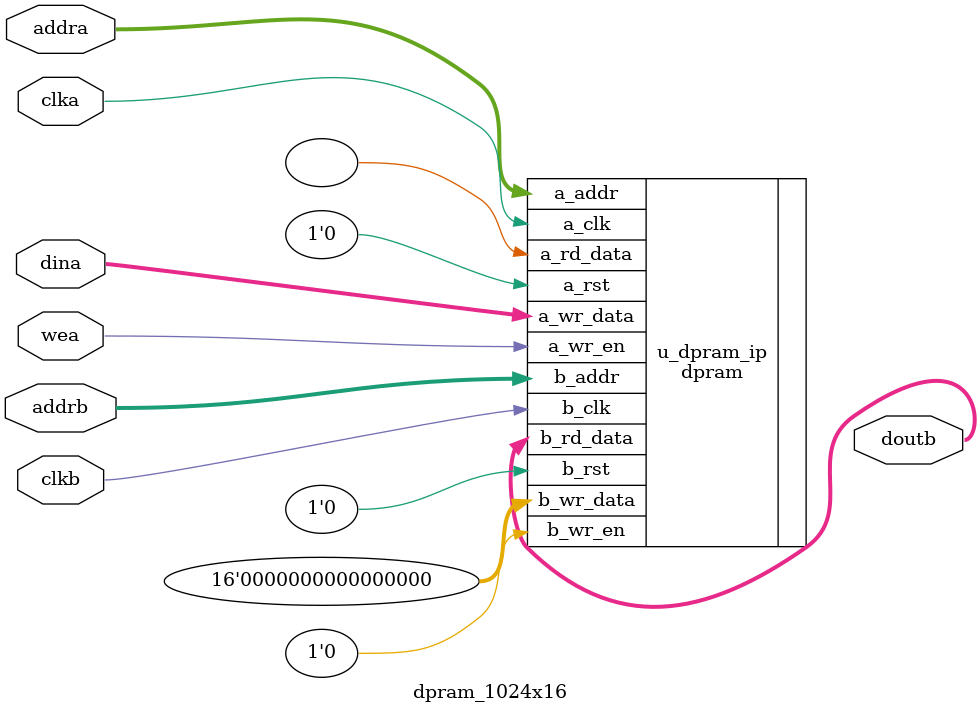
<source format=v>

module dpram_1024x16 (
    // Port A - 写端口 (FFT时钟域)
    input  wire         clka,
    input  wire         wea,            // 写使能
    input  wire [9:0]   addra,          // 写地址
    input  wire [15:0]  dina,           // 写数据
    
    // Port B - 读端口 (HDMI时钟域)
    input  wire         clkb,
    input  wire [9:0]   addrb,          // 读地址
    output wire [15:0]  doutb           // 读数据
);

//=============================================================================
// DRM Based Dual Port RAM IP核实例化
//=============================================================================
dpram u_dpram_ip (
    // Port A (写端口)
    .a_clk      (clka),
    .a_rst      (1'b0),                 // 不使用复位
    .a_addr     (addra),
    .a_wr_data  (dina),
    .a_wr_en    (wea),
    .a_rd_data  (),                     // 不使用Port A读功能
    
    // Port B (读端口)
    .b_clk      (clkb),
    .b_rst      (1'b0),                 // 不使用复位
    .b_addr     (addrb),
    .b_wr_data  (16'h0000),             // 不使用
    .b_wr_en    (1'b0),                 // 只读端口
    .b_rd_data  (doutb)
);

endmodule
</source>
